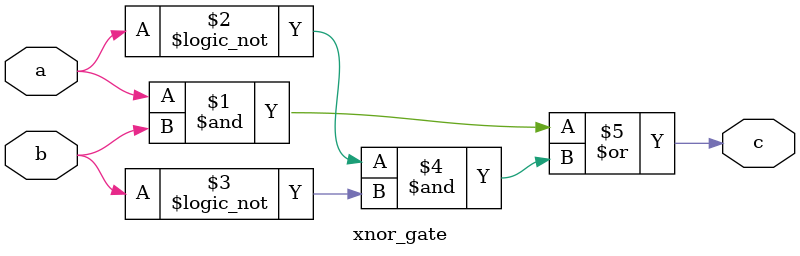
<source format=v>
`timescale 1ns / 1ps


module xnor_gate(a,b,c);
    input a,b;
    output c;
    assign c = (a&b) | (!a&!b);    
endmodule

</source>
